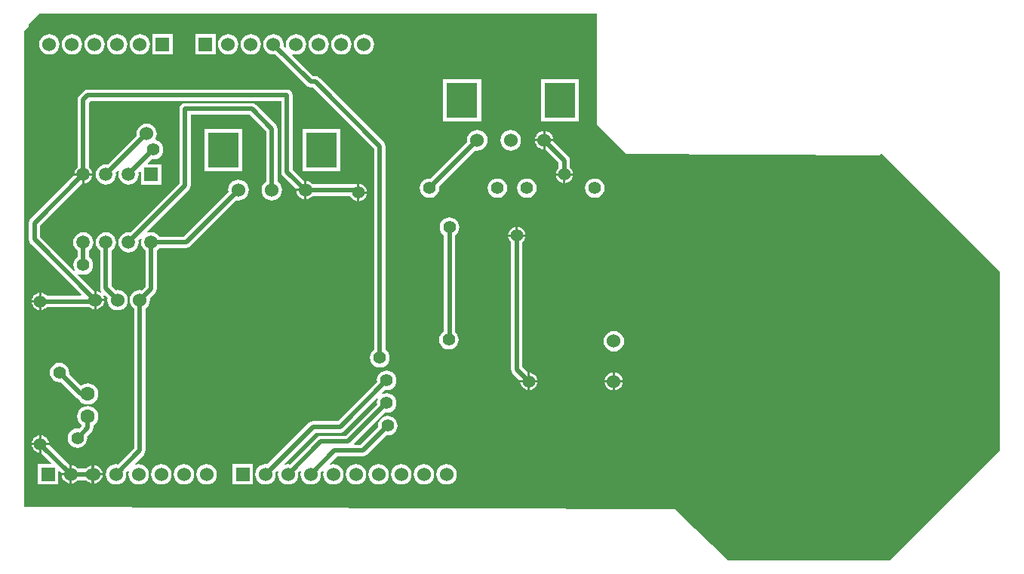
<source format=gbl>
G04 Layer_Physical_Order=2*
G04 Layer_Color=16711680*
%FSLAX25Y25*%
%MOIN*%
G70*
G01*
G75*
%ADD15C,0.02000*%
%ADD16R,0.13780X0.15748*%
%ADD17C,0.06000*%
%ADD18R,0.05906X0.05906*%
%ADD19C,0.05906*%
%ADD20R,0.06000X0.06000*%
%ADD21C,0.05512*%
%ADD22C,0.06299*%
%ADD23C,0.06000*%
%ADD24C,0.05600*%
G36*
X476000Y345500D02*
X487500Y334000D01*
X488750Y332750D01*
X600500Y332000D01*
X601500Y333000D01*
X654000Y280500D01*
Y279500D01*
Y201500D01*
X653000Y200500D01*
X605500Y153000D01*
X534000D01*
X512000Y174000D01*
X510500Y175500D01*
X223000Y176500D01*
Y386500D01*
X225000Y389000D01*
Y390000D01*
X228500Y393500D01*
X229500Y394500D01*
X476000D01*
Y345500D01*
D02*
G37*
%LPC*%
G36*
X444220Y296000D02*
X436686D01*
X436751Y295508D01*
X437134Y294584D01*
X437743Y293790D01*
X437904Y293666D01*
Y237453D01*
X438098Y236477D01*
X438650Y235650D01*
X441675Y232626D01*
X445280D01*
Y236231D01*
X443002Y238509D01*
Y293666D01*
X443163Y293790D01*
X443772Y294584D01*
X444155Y295508D01*
X444220Y296000D01*
D02*
G37*
G36*
X449547Y231626D02*
X446280D01*
Y228359D01*
X446772Y228424D01*
X447696Y228807D01*
X448490Y229416D01*
X449099Y230210D01*
X449482Y231134D01*
X449547Y231626D01*
D02*
G37*
G36*
X482854Y236095D02*
X482310Y236023D01*
X481337Y235620D01*
X480502Y234979D01*
X479860Y234143D01*
X479457Y233170D01*
X479386Y232626D01*
X482854D01*
Y236095D01*
D02*
G37*
G36*
X446280Y235893D02*
Y232626D01*
X449547D01*
X449482Y233118D01*
X449099Y234042D01*
X448490Y234836D01*
X447696Y235445D01*
X446772Y235828D01*
X446280Y235893D01*
D02*
G37*
G36*
X445280Y231626D02*
X442013D01*
X442077Y231134D01*
X442460Y230210D01*
X443069Y229416D01*
X443863Y228807D01*
X444788Y228424D01*
X445280Y228359D01*
Y231626D01*
D02*
G37*
G36*
X482854D02*
X479386D01*
X479457Y231082D01*
X479860Y230109D01*
X480502Y229273D01*
X481337Y228632D01*
X482310Y228229D01*
X482854Y228157D01*
Y231626D01*
D02*
G37*
G36*
X238500Y240337D02*
X237378Y240189D01*
X236331Y239756D01*
X235433Y239067D01*
X234744Y238169D01*
X234311Y237123D01*
X234163Y236000D01*
X234311Y234877D01*
X234744Y233831D01*
X235433Y232933D01*
X236331Y232244D01*
X237378Y231811D01*
X238500Y231663D01*
X239147Y231748D01*
X246198Y224698D01*
X246912Y224221D01*
X246939Y224155D01*
X247684Y223184D01*
X248655Y222439D01*
X249786Y221970D01*
X251000Y221810D01*
X252214Y221970D01*
X253345Y222439D01*
X254316Y223184D01*
X255061Y224155D01*
X255530Y225286D01*
X255690Y226500D01*
X255530Y227714D01*
X255061Y228845D01*
X254316Y229816D01*
X253345Y230561D01*
X252214Y231030D01*
X251000Y231190D01*
X249786Y231030D01*
X248655Y230561D01*
X248026Y230079D01*
X242752Y235353D01*
X242837Y236000D01*
X242689Y237123D01*
X242256Y238169D01*
X241567Y239067D01*
X240669Y239756D01*
X239622Y240189D01*
X238500Y240337D01*
D02*
G37*
G36*
X383000Y236837D02*
X381877Y236689D01*
X380831Y236256D01*
X379933Y235567D01*
X379244Y234669D01*
X378811Y233623D01*
X378663Y232500D01*
X378748Y231853D01*
X361444Y214549D01*
X350500D01*
X349524Y214355D01*
X348698Y213802D01*
X330325Y195430D01*
X329500Y195539D01*
X328325Y195384D01*
X327231Y194931D01*
X326291Y194209D01*
X325569Y193269D01*
X325116Y192175D01*
X324961Y191000D01*
X325116Y189825D01*
X325569Y188731D01*
X326291Y187791D01*
X327231Y187069D01*
X328325Y186616D01*
X329500Y186461D01*
X330675Y186616D01*
X331769Y187069D01*
X332709Y187791D01*
X333431Y188731D01*
X333884Y189825D01*
X334039Y191000D01*
X333930Y191825D01*
X334783Y192678D01*
X335207Y192395D01*
X335116Y192175D01*
X334961Y191000D01*
X335116Y189825D01*
X335569Y188731D01*
X336291Y187791D01*
X337231Y187069D01*
X338325Y186616D01*
X339500Y186461D01*
X340675Y186616D01*
X341769Y187069D01*
X342709Y187791D01*
X343431Y188731D01*
X343884Y189825D01*
X344039Y191000D01*
X343930Y191825D01*
X344783Y192678D01*
X345207Y192395D01*
X345116Y192175D01*
X344961Y191000D01*
X345116Y189825D01*
X345569Y188731D01*
X346291Y187791D01*
X347231Y187069D01*
X348325Y186616D01*
X349500Y186461D01*
X350675Y186616D01*
X351769Y187069D01*
X352709Y187791D01*
X353431Y188731D01*
X353884Y189825D01*
X354039Y191000D01*
X353930Y191825D01*
X354783Y192678D01*
X355207Y192395D01*
X355116Y192175D01*
X354961Y191000D01*
X355116Y189825D01*
X355569Y188731D01*
X356291Y187791D01*
X357231Y187069D01*
X358325Y186616D01*
X359500Y186461D01*
X360675Y186616D01*
X361769Y187069D01*
X362709Y187791D01*
X363431Y188731D01*
X363884Y189825D01*
X364039Y191000D01*
X363884Y192175D01*
X363431Y193269D01*
X362709Y194209D01*
X361769Y194931D01*
X360675Y195384D01*
X359500Y195539D01*
X358325Y195384D01*
X358105Y195293D01*
X357821Y195717D01*
X361056Y198951D01*
X372500D01*
X373476Y199145D01*
X374302Y199698D01*
X382853Y208248D01*
X383500Y208163D01*
X384623Y208311D01*
X385669Y208744D01*
X386567Y209433D01*
X387256Y210331D01*
X387689Y211378D01*
X387837Y212500D01*
X387689Y213622D01*
X387256Y214669D01*
X386567Y215567D01*
X385669Y216256D01*
X384623Y216689D01*
X383500Y216837D01*
X382378Y216689D01*
X381331Y216256D01*
X380433Y215567D01*
X379744Y214669D01*
X379311Y213622D01*
X379163Y212500D01*
X379248Y211853D01*
X371444Y204049D01*
X368807D01*
X368616Y204511D01*
X382353Y218248D01*
X383000Y218163D01*
X384122Y218311D01*
X385169Y218744D01*
X386067Y219433D01*
X386756Y220331D01*
X387189Y221377D01*
X387337Y222500D01*
X387189Y223622D01*
X386756Y224669D01*
X386067Y225567D01*
X385169Y226256D01*
X384122Y226689D01*
X383000Y226837D01*
X381877Y226689D01*
X381235Y226423D01*
X380952Y226847D01*
X382353Y228248D01*
X383000Y228163D01*
X384122Y228311D01*
X385169Y228744D01*
X386067Y229433D01*
X386756Y230331D01*
X387189Y231378D01*
X387337Y232500D01*
X387189Y233623D01*
X386756Y234669D01*
X386067Y235567D01*
X385169Y236256D01*
X384122Y236689D01*
X383000Y236837D01*
D02*
G37*
G36*
X487323Y231626D02*
X483854D01*
Y228157D01*
X484399Y228229D01*
X485372Y228632D01*
X486207Y229273D01*
X486848Y230109D01*
X487252Y231082D01*
X487323Y231626D01*
D02*
G37*
G36*
X259000Y297991D02*
X257838Y297838D01*
X256754Y297390D01*
X255824Y296676D01*
X255111Y295746D01*
X254662Y294662D01*
X254509Y293500D01*
X254662Y292338D01*
X255111Y291254D01*
X255824Y290324D01*
X256451Y289843D01*
Y273157D01*
X256645Y272182D01*
X257053Y271571D01*
X256683Y271224D01*
X256332Y271494D01*
X255359Y271897D01*
X254815Y271969D01*
Y268500D01*
X258284D01*
X258212Y269044D01*
X257809Y270017D01*
X257746Y270100D01*
X258122Y270430D01*
X259727Y268825D01*
X259619Y268000D01*
X259773Y266825D01*
X260227Y265731D01*
X260948Y264791D01*
X261888Y264069D01*
X262983Y263616D01*
X264157Y263461D01*
X265332Y263616D01*
X266427Y264069D01*
X267367Y264791D01*
X268088Y265731D01*
X268542Y266825D01*
X268696Y268000D01*
X268542Y269175D01*
X268088Y270269D01*
X267367Y271209D01*
X266427Y271931D01*
X265332Y272384D01*
X264157Y272539D01*
X263332Y272430D01*
X261549Y274213D01*
Y289843D01*
X262176Y290324D01*
X262890Y291254D01*
X263338Y292338D01*
X263491Y293500D01*
X263338Y294662D01*
X262890Y295746D01*
X262176Y296676D01*
X261246Y297390D01*
X260162Y297838D01*
X259000Y297991D01*
D02*
G37*
G36*
X229547Y271220D02*
X229055Y271155D01*
X228131Y270772D01*
X227337Y270163D01*
X226728Y269369D01*
X226345Y268445D01*
X226280Y267953D01*
X229547D01*
Y271220D01*
D02*
G37*
G36*
X439953Y300267D02*
X439461Y300202D01*
X438536Y299819D01*
X437743Y299210D01*
X437134Y298416D01*
X436751Y297492D01*
X436686Y297000D01*
X439953D01*
Y300267D01*
D02*
G37*
G36*
X248500Y323000D02*
X244895D01*
X225698Y303802D01*
X225145Y302976D01*
X224951Y302000D01*
Y294815D01*
X225145Y293840D01*
X225698Y293013D01*
X248247Y270464D01*
X248055Y270002D01*
X232881D01*
X232757Y270163D01*
X231964Y270772D01*
X231039Y271155D01*
X230547Y271220D01*
Y267453D01*
Y263686D01*
X231039Y263751D01*
X231964Y264134D01*
X232757Y264743D01*
X232881Y264904D01*
X251779D01*
X252298Y264506D01*
X253271Y264103D01*
X253815Y264031D01*
Y268000D01*
Y272105D01*
X246589Y279331D01*
X246831Y279744D01*
X247878Y279311D01*
X249000Y279163D01*
X250122Y279311D01*
X251169Y279744D01*
X252067Y280433D01*
X252756Y281331D01*
X253189Y282378D01*
X253337Y283500D01*
X253189Y284623D01*
X252756Y285669D01*
X252067Y286567D01*
X251549Y286964D01*
Y289843D01*
X252176Y290324D01*
X252889Y291254D01*
X253338Y292338D01*
X253491Y293500D01*
X253338Y294662D01*
X252889Y295746D01*
X252176Y296676D01*
X251246Y297390D01*
X250162Y297838D01*
X249000Y297991D01*
X247838Y297838D01*
X246754Y297390D01*
X245824Y296676D01*
X245111Y295746D01*
X244662Y294662D01*
X244509Y293500D01*
X244662Y292338D01*
X245111Y291254D01*
X245824Y290324D01*
X246451Y289843D01*
Y286964D01*
X245933Y286567D01*
X245244Y285669D01*
X244811Y284623D01*
X244663Y283500D01*
X244811Y282378D01*
X245244Y281331D01*
X244831Y281089D01*
X230049Y295871D01*
Y300944D01*
X248500Y319395D01*
Y323000D01*
D02*
G37*
G36*
X258284Y267500D02*
X254815D01*
Y264031D01*
X255359Y264103D01*
X256332Y264506D01*
X257168Y265147D01*
X257809Y265983D01*
X258212Y266956D01*
X258284Y267500D01*
D02*
G37*
G36*
X483354Y254381D02*
X482180Y254227D01*
X481085Y253773D01*
X480145Y253052D01*
X479424Y252112D01*
X478970Y251017D01*
X478816Y249843D01*
X478970Y248668D01*
X479424Y247573D01*
X480145Y246633D01*
X481085Y245912D01*
X482180Y245458D01*
X483354Y245304D01*
X484529Y245458D01*
X485624Y245912D01*
X486564Y246633D01*
X487285Y247573D01*
X487739Y248668D01*
X487893Y249843D01*
X487739Y251017D01*
X487285Y252112D01*
X486564Y253052D01*
X485624Y253773D01*
X484529Y254227D01*
X483354Y254381D01*
D02*
G37*
G36*
X483854Y236095D02*
Y232626D01*
X487323D01*
X487252Y233170D01*
X486848Y234143D01*
X486207Y234979D01*
X485372Y235620D01*
X484399Y236023D01*
X483854Y236095D01*
D02*
G37*
G36*
X229547Y266953D02*
X226280D01*
X226345Y266461D01*
X226728Y265536D01*
X227337Y264743D01*
X228131Y264134D01*
X229055Y263751D01*
X229547Y263686D01*
Y266953D01*
D02*
G37*
G36*
X410744Y304593D02*
X409621Y304445D01*
X408575Y304012D01*
X407677Y303323D01*
X406988Y302425D01*
X406555Y301378D01*
X406407Y300256D01*
X406555Y299133D01*
X406988Y298087D01*
X407677Y297189D01*
X408195Y296792D01*
Y254151D01*
X407433Y253567D01*
X406744Y252669D01*
X406311Y251623D01*
X406163Y250500D01*
X406311Y249377D01*
X406744Y248331D01*
X407433Y247433D01*
X408331Y246744D01*
X409377Y246311D01*
X410500Y246163D01*
X411622Y246311D01*
X412669Y246744D01*
X413567Y247433D01*
X414256Y248331D01*
X414689Y249377D01*
X414837Y250500D01*
X414689Y251623D01*
X414256Y252669D01*
X413567Y253567D01*
X413293Y253777D01*
Y296792D01*
X413811Y297189D01*
X414500Y298087D01*
X414933Y299133D01*
X415081Y300256D01*
X414933Y301378D01*
X414500Y302425D01*
X413811Y303323D01*
X412913Y304012D01*
X411867Y304445D01*
X410744Y304593D01*
D02*
G37*
G36*
X399500Y195539D02*
X398325Y195384D01*
X397231Y194931D01*
X396291Y194209D01*
X395569Y193269D01*
X395116Y192175D01*
X394961Y191000D01*
X395116Y189825D01*
X395569Y188731D01*
X396291Y187791D01*
X397231Y187069D01*
X398325Y186616D01*
X399500Y186461D01*
X400675Y186616D01*
X401769Y187069D01*
X402709Y187791D01*
X403431Y188731D01*
X403884Y189825D01*
X404039Y191000D01*
X403884Y192175D01*
X403431Y193269D01*
X402709Y194209D01*
X401769Y194931D01*
X400675Y195384D01*
X399500Y195539D01*
D02*
G37*
G36*
X389500D02*
X388325Y195384D01*
X387231Y194931D01*
X386291Y194209D01*
X385569Y193269D01*
X385116Y192175D01*
X384961Y191000D01*
X385116Y189825D01*
X385569Y188731D01*
X386291Y187791D01*
X387231Y187069D01*
X388325Y186616D01*
X389500Y186461D01*
X390675Y186616D01*
X391769Y187069D01*
X392709Y187791D01*
X393431Y188731D01*
X393884Y189825D01*
X394039Y191000D01*
X393884Y192175D01*
X393431Y193269D01*
X392709Y194209D01*
X391769Y194931D01*
X390675Y195384D01*
X389500Y195539D01*
D02*
G37*
G36*
X324000Y195500D02*
X315000D01*
Y186500D01*
X324000D01*
Y195500D01*
D02*
G37*
G36*
X409500Y195539D02*
X408325Y195384D01*
X407231Y194931D01*
X406291Y194209D01*
X405569Y193269D01*
X405116Y192175D01*
X404961Y191000D01*
X405116Y189825D01*
X405569Y188731D01*
X406291Y187791D01*
X407231Y187069D01*
X408325Y186616D01*
X409500Y186461D01*
X410675Y186616D01*
X411769Y187069D01*
X412709Y187791D01*
X413431Y188731D01*
X413884Y189825D01*
X414039Y191000D01*
X413884Y192175D01*
X413431Y193269D01*
X412709Y194209D01*
X411769Y194931D01*
X410675Y195384D01*
X409500Y195539D01*
D02*
G37*
G36*
X379500D02*
X378325Y195384D01*
X377231Y194931D01*
X376291Y194209D01*
X375569Y193269D01*
X375116Y192175D01*
X374961Y191000D01*
X375116Y189825D01*
X375569Y188731D01*
X376291Y187791D01*
X377231Y187069D01*
X378325Y186616D01*
X379500Y186461D01*
X380675Y186616D01*
X381769Y187069D01*
X382709Y187791D01*
X383431Y188731D01*
X383884Y189825D01*
X384039Y191000D01*
X383884Y192175D01*
X383431Y193269D01*
X382709Y194209D01*
X381769Y194931D01*
X380675Y195384D01*
X379500Y195539D01*
D02*
G37*
G36*
X293500D02*
X292325Y195384D01*
X291231Y194931D01*
X290291Y194209D01*
X289569Y193269D01*
X289116Y192175D01*
X288961Y191000D01*
X289116Y189825D01*
X289569Y188731D01*
X290291Y187791D01*
X291231Y187069D01*
X292325Y186616D01*
X293500Y186461D01*
X294675Y186616D01*
X295769Y187069D01*
X296709Y187791D01*
X297431Y188731D01*
X297884Y189825D01*
X298039Y191000D01*
X297884Y192175D01*
X297431Y193269D01*
X296709Y194209D01*
X295769Y194931D01*
X294675Y195384D01*
X293500Y195539D01*
D02*
G37*
G36*
X283500D02*
X282325Y195384D01*
X281231Y194931D01*
X280291Y194209D01*
X279569Y193269D01*
X279116Y192175D01*
X278961Y191000D01*
X279116Y189825D01*
X279569Y188731D01*
X280291Y187791D01*
X281231Y187069D01*
X282325Y186616D01*
X283500Y186461D01*
X284675Y186616D01*
X285769Y187069D01*
X286709Y187791D01*
X287431Y188731D01*
X287884Y189825D01*
X288039Y191000D01*
X287884Y192175D01*
X287431Y193269D01*
X286709Y194209D01*
X285769Y194931D01*
X284675Y195384D01*
X283500Y195539D01*
D02*
G37*
G36*
X369500D02*
X368325Y195384D01*
X367231Y194931D01*
X366291Y194209D01*
X365569Y193269D01*
X365116Y192175D01*
X364961Y191000D01*
X365116Y189825D01*
X365569Y188731D01*
X366291Y187791D01*
X367231Y187069D01*
X368325Y186616D01*
X369500Y186461D01*
X370675Y186616D01*
X371769Y187069D01*
X372709Y187791D01*
X373431Y188731D01*
X373884Y189825D01*
X374039Y191000D01*
X373884Y192175D01*
X373431Y193269D01*
X372709Y194209D01*
X371769Y194931D01*
X370675Y195384D01*
X369500Y195539D01*
D02*
G37*
G36*
X303500D02*
X302325Y195384D01*
X301231Y194931D01*
X300291Y194209D01*
X299569Y193269D01*
X299116Y192175D01*
X298961Y191000D01*
X299116Y189825D01*
X299569Y188731D01*
X300291Y187791D01*
X301231Y187069D01*
X302325Y186616D01*
X303500Y186461D01*
X304675Y186616D01*
X305769Y187069D01*
X306709Y187791D01*
X307431Y188731D01*
X307884Y189825D01*
X308039Y191000D01*
X307884Y192175D01*
X307431Y193269D01*
X306709Y194209D01*
X305769Y194931D01*
X304675Y195384D01*
X303500Y195539D01*
D02*
G37*
G36*
X229547Y208220D02*
X229055Y208155D01*
X228131Y207772D01*
X227337Y207163D01*
X226728Y206369D01*
X226345Y205445D01*
X226280Y204953D01*
X229547D01*
Y208220D01*
D02*
G37*
G36*
Y203953D02*
X226280D01*
X226345Y203461D01*
X226728Y202536D01*
X227337Y201743D01*
X228131Y201133D01*
X229055Y200751D01*
X229547Y200686D01*
Y203953D01*
D02*
G37*
G36*
X251000Y221190D02*
X249786Y221030D01*
X248655Y220561D01*
X247684Y219816D01*
X246939Y218845D01*
X246470Y217714D01*
X246310Y216500D01*
X246470Y215286D01*
X246939Y214155D01*
X247684Y213184D01*
X248146Y212829D01*
X248179Y212331D01*
X247100Y211252D01*
X246453Y211337D01*
X245330Y211189D01*
X244284Y210756D01*
X243386Y210067D01*
X242697Y209169D01*
X242264Y208122D01*
X242116Y207000D01*
X242264Y205877D01*
X242697Y204831D01*
X243386Y203933D01*
X244284Y203244D01*
X245330Y202811D01*
X246453Y202663D01*
X247575Y202811D01*
X248621Y203244D01*
X249520Y203933D01*
X250209Y204831D01*
X250642Y205877D01*
X250790Y207000D01*
X250705Y207647D01*
X252802Y209745D01*
X253355Y210572D01*
X253549Y211547D01*
Y212595D01*
X254316Y213184D01*
X255061Y214155D01*
X255530Y215286D01*
X255690Y216500D01*
X255530Y217714D01*
X255061Y218845D01*
X254316Y219816D01*
X253345Y220561D01*
X252214Y221030D01*
X251000Y221190D01*
D02*
G37*
G36*
X230547Y208220D02*
Y204953D01*
X233814D01*
X233749Y205445D01*
X233366Y206369D01*
X232757Y207163D01*
X231964Y207772D01*
X231039Y208155D01*
X230547Y208220D01*
D02*
G37*
G36*
X254000Y194969D02*
Y191500D01*
X257469D01*
X257397Y192044D01*
X256994Y193017D01*
X256353Y193853D01*
X255517Y194494D01*
X254544Y194897D01*
X254000Y194969D01*
D02*
G37*
G36*
X257469Y190500D02*
X254000D01*
Y187031D01*
X254544Y187103D01*
X255517Y187506D01*
X256353Y188147D01*
X256994Y188983D01*
X257397Y189956D01*
X257469Y190500D01*
D02*
G37*
G36*
X243000D02*
X239531D01*
X239603Y189956D01*
X240006Y188983D01*
X240647Y188147D01*
X241483Y187506D01*
X242456Y187103D01*
X243000Y187031D01*
Y190500D01*
D02*
G37*
G36*
X234152Y203953D02*
X230547D01*
Y200348D01*
X234933Y195962D01*
X234742Y195500D01*
X229000D01*
Y186500D01*
X238000D01*
Y192242D01*
X238462Y192433D01*
X239395Y191500D01*
X243000D01*
Y195105D01*
X234152Y203953D01*
D02*
G37*
G36*
X244000Y194969D02*
Y191000D01*
Y187031D01*
X244544Y187103D01*
X245517Y187506D01*
X246353Y188147D01*
X246586Y188451D01*
X250166D01*
X250290Y188290D01*
X251084Y187681D01*
X251456Y187526D01*
X251483Y187506D01*
X252456Y187103D01*
X252500Y187097D01*
Y191000D01*
Y194903D01*
X252456Y194897D01*
X251483Y194494D01*
X251456Y194474D01*
X251084Y194319D01*
X250290Y193710D01*
X250166Y193549D01*
X246586D01*
X246353Y193853D01*
X245517Y194494D01*
X244544Y194897D01*
X244000Y194969D01*
D02*
G37*
G36*
Y385539D02*
X242825Y385384D01*
X241731Y384931D01*
X240791Y384209D01*
X240069Y383269D01*
X239616Y382175D01*
X239461Y381000D01*
X239616Y379825D01*
X240069Y378731D01*
X240791Y377791D01*
X241731Y377069D01*
X242825Y376616D01*
X244000Y376461D01*
X245175Y376616D01*
X246269Y377069D01*
X247209Y377791D01*
X247931Y378731D01*
X248384Y379825D01*
X248539Y381000D01*
X248384Y382175D01*
X247931Y383269D01*
X247209Y384209D01*
X246269Y384931D01*
X245175Y385384D01*
X244000Y385539D01*
D02*
G37*
G36*
X234000D02*
X232825Y385384D01*
X231731Y384931D01*
X230791Y384209D01*
X230069Y383269D01*
X229616Y382175D01*
X229461Y381000D01*
X229616Y379825D01*
X230069Y378731D01*
X230791Y377791D01*
X231731Y377069D01*
X232825Y376616D01*
X234000Y376461D01*
X235175Y376616D01*
X236269Y377069D01*
X237209Y377791D01*
X237931Y378731D01*
X238384Y379825D01*
X238539Y381000D01*
X238384Y382175D01*
X237931Y383269D01*
X237209Y384209D01*
X236269Y384931D01*
X235175Y385384D01*
X234000Y385539D01*
D02*
G37*
G36*
X264000D02*
X262825Y385384D01*
X261731Y384931D01*
X260791Y384209D01*
X260069Y383269D01*
X259616Y382175D01*
X259461Y381000D01*
X259616Y379825D01*
X260069Y378731D01*
X260791Y377791D01*
X261731Y377069D01*
X262825Y376616D01*
X264000Y376461D01*
X265175Y376616D01*
X266269Y377069D01*
X267209Y377791D01*
X267931Y378731D01*
X268384Y379825D01*
X268539Y381000D01*
X268384Y382175D01*
X267931Y383269D01*
X267209Y384209D01*
X266269Y384931D01*
X265175Y385384D01*
X264000Y385539D01*
D02*
G37*
G36*
X254000D02*
X252825Y385384D01*
X251731Y384931D01*
X250791Y384209D01*
X250069Y383269D01*
X249616Y382175D01*
X249461Y381000D01*
X249616Y379825D01*
X250069Y378731D01*
X250791Y377791D01*
X251731Y377069D01*
X252825Y376616D01*
X254000Y376461D01*
X255175Y376616D01*
X256269Y377069D01*
X257209Y377791D01*
X257931Y378731D01*
X258384Y379825D01*
X258539Y381000D01*
X258384Y382175D01*
X257931Y383269D01*
X257209Y384209D01*
X256269Y384931D01*
X255175Y385384D01*
X254000Y385539D01*
D02*
G37*
G36*
X468043Y365732D02*
X451264D01*
Y346984D01*
X468043D01*
Y365732D01*
D02*
G37*
G36*
X452067Y342611D02*
X451523Y342539D01*
X450550Y342136D01*
X449714Y341495D01*
X449073Y340659D01*
X448670Y339686D01*
X448598Y339142D01*
X452067D01*
Y342611D01*
D02*
G37*
G36*
Y338142D02*
X448598D01*
X448670Y337598D01*
X449073Y336625D01*
X449714Y335789D01*
X450550Y335148D01*
X451523Y334745D01*
X452067Y334673D01*
Y338142D01*
D02*
G37*
G36*
X424736Y365732D02*
X407957D01*
Y346984D01*
X424736D01*
Y365732D01*
D02*
G37*
G36*
X453067Y342611D02*
Y339142D01*
X456536D01*
X456464Y339686D01*
X456061Y340659D01*
X455420Y341495D01*
X454584Y342136D01*
X453611Y342539D01*
X453067Y342611D01*
D02*
G37*
G36*
X288500Y385500D02*
X279500D01*
Y376500D01*
X288500D01*
Y385500D01*
D02*
G37*
G36*
X373000Y385539D02*
X371825Y385384D01*
X370731Y384931D01*
X369791Y384209D01*
X369069Y383269D01*
X368616Y382175D01*
X368461Y381000D01*
X368616Y379825D01*
X369069Y378731D01*
X369791Y377791D01*
X370731Y377069D01*
X371825Y376616D01*
X373000Y376461D01*
X374175Y376616D01*
X375269Y377069D01*
X376209Y377791D01*
X376931Y378731D01*
X377384Y379825D01*
X377539Y381000D01*
X377384Y382175D01*
X376931Y383269D01*
X376209Y384209D01*
X375269Y384931D01*
X374175Y385384D01*
X373000Y385539D01*
D02*
G37*
G36*
X343000D02*
X341825Y385384D01*
X340731Y384931D01*
X339791Y384209D01*
X339069Y383269D01*
X338616Y382175D01*
X338461Y381000D01*
X338616Y379825D01*
X338707Y379605D01*
X338283Y379322D01*
X337430Y380175D01*
X337539Y381000D01*
X337384Y382175D01*
X336931Y383269D01*
X336209Y384209D01*
X335269Y384931D01*
X334175Y385384D01*
X333000Y385539D01*
X331825Y385384D01*
X330731Y384931D01*
X329791Y384209D01*
X329069Y383269D01*
X328616Y382175D01*
X328461Y381000D01*
X328616Y379825D01*
X329069Y378731D01*
X329791Y377791D01*
X330731Y377069D01*
X331825Y376616D01*
X333000Y376461D01*
X333825Y376570D01*
X347698Y362698D01*
X348524Y362145D01*
X349500Y361951D01*
X350444D01*
X377451Y334944D01*
Y245964D01*
X376933Y245567D01*
X376244Y244669D01*
X375811Y243622D01*
X375663Y242500D01*
X375811Y241377D01*
X376244Y240331D01*
X376933Y239433D01*
X377831Y238744D01*
X378877Y238311D01*
X380000Y238163D01*
X381122Y238311D01*
X382169Y238744D01*
X383067Y239433D01*
X383756Y240331D01*
X384189Y241377D01*
X384337Y242500D01*
X384189Y243622D01*
X383756Y244669D01*
X383067Y245567D01*
X382549Y245964D01*
Y336000D01*
X382355Y336976D01*
X381802Y337802D01*
X353302Y366302D01*
X352476Y366855D01*
X351500Y367049D01*
X350556D01*
X341321Y376283D01*
X341605Y376707D01*
X341825Y376616D01*
X343000Y376461D01*
X344175Y376616D01*
X345269Y377069D01*
X346209Y377791D01*
X346931Y378731D01*
X347384Y379825D01*
X347539Y381000D01*
X347384Y382175D01*
X346931Y383269D01*
X346209Y384209D01*
X345269Y384931D01*
X344175Y385384D01*
X343000Y385539D01*
D02*
G37*
G36*
X307500Y385500D02*
X298500D01*
Y376500D01*
X307500D01*
Y385500D01*
D02*
G37*
G36*
X363000Y385539D02*
X361825Y385384D01*
X360731Y384931D01*
X359791Y384209D01*
X359069Y383269D01*
X358616Y382175D01*
X358461Y381000D01*
X358616Y379825D01*
X359069Y378731D01*
X359791Y377791D01*
X360731Y377069D01*
X361825Y376616D01*
X363000Y376461D01*
X364175Y376616D01*
X365269Y377069D01*
X366209Y377791D01*
X366931Y378731D01*
X367384Y379825D01*
X367539Y381000D01*
X367384Y382175D01*
X366931Y383269D01*
X366209Y384209D01*
X365269Y384931D01*
X364175Y385384D01*
X363000Y385539D01*
D02*
G37*
G36*
X313000D02*
X311825Y385384D01*
X310731Y384931D01*
X309791Y384209D01*
X309069Y383269D01*
X308616Y382175D01*
X308461Y381000D01*
X308616Y379825D01*
X309069Y378731D01*
X309791Y377791D01*
X310731Y377069D01*
X311825Y376616D01*
X313000Y376461D01*
X314175Y376616D01*
X315269Y377069D01*
X316209Y377791D01*
X316931Y378731D01*
X317384Y379825D01*
X317539Y381000D01*
X317384Y382175D01*
X316931Y383269D01*
X316209Y384209D01*
X315269Y384931D01*
X314175Y385384D01*
X313000Y385539D01*
D02*
G37*
G36*
X274000D02*
X272825Y385384D01*
X271731Y384931D01*
X270791Y384209D01*
X270069Y383269D01*
X269616Y382175D01*
X269461Y381000D01*
X269616Y379825D01*
X270069Y378731D01*
X270791Y377791D01*
X271731Y377069D01*
X272825Y376616D01*
X274000Y376461D01*
X275175Y376616D01*
X276269Y377069D01*
X277209Y377791D01*
X277931Y378731D01*
X278384Y379825D01*
X278539Y381000D01*
X278384Y382175D01*
X277931Y383269D01*
X277209Y384209D01*
X276269Y384931D01*
X275175Y385384D01*
X274000Y385539D01*
D02*
G37*
G36*
X353000D02*
X351825Y385384D01*
X350731Y384931D01*
X349791Y384209D01*
X349069Y383269D01*
X348616Y382175D01*
X348461Y381000D01*
X348616Y379825D01*
X349069Y378731D01*
X349791Y377791D01*
X350731Y377069D01*
X351825Y376616D01*
X353000Y376461D01*
X354175Y376616D01*
X355269Y377069D01*
X356209Y377791D01*
X356931Y378731D01*
X357384Y379825D01*
X357539Y381000D01*
X357384Y382175D01*
X356931Y383269D01*
X356209Y384209D01*
X355269Y384931D01*
X354175Y385384D01*
X353000Y385539D01*
D02*
G37*
G36*
X323000D02*
X321825Y385384D01*
X320731Y384931D01*
X319791Y384209D01*
X319069Y383269D01*
X318616Y382175D01*
X318461Y381000D01*
X318616Y379825D01*
X319069Y378731D01*
X319791Y377791D01*
X320731Y377069D01*
X321825Y376616D01*
X323000Y376461D01*
X324175Y376616D01*
X325269Y377069D01*
X326209Y377791D01*
X326931Y378731D01*
X327384Y379825D01*
X327539Y381000D01*
X327384Y382175D01*
X326931Y383269D01*
X326209Y384209D01*
X325269Y384931D01*
X324175Y385384D01*
X323000Y385539D01*
D02*
G37*
G36*
X437803Y343181D02*
X436628Y343026D01*
X435534Y342572D01*
X434594Y341851D01*
X433873Y340911D01*
X433419Y339816D01*
X433264Y338642D01*
X433419Y337467D01*
X433873Y336372D01*
X434594Y335432D01*
X435534Y334711D01*
X436628Y334258D01*
X437803Y334103D01*
X438978Y334258D01*
X440073Y334711D01*
X441013Y335432D01*
X441734Y336372D01*
X442187Y337467D01*
X442342Y338642D01*
X442187Y339816D01*
X441734Y340911D01*
X441013Y341851D01*
X440073Y342572D01*
X438978Y343026D01*
X437803Y343181D01*
D02*
G37*
G36*
X445000Y321793D02*
X443889Y321646D01*
X442854Y321217D01*
X441965Y320535D01*
X441283Y319646D01*
X440854Y318611D01*
X440707Y317500D01*
X440854Y316389D01*
X441283Y315354D01*
X441965Y314465D01*
X442854Y313783D01*
X443889Y313354D01*
X445000Y313207D01*
X446111Y313354D01*
X447146Y313783D01*
X448035Y314465D01*
X448717Y315354D01*
X449146Y316389D01*
X449293Y317500D01*
X449146Y318611D01*
X448717Y319646D01*
X448035Y320535D01*
X447146Y321217D01*
X446111Y321646D01*
X445000Y321793D01*
D02*
G37*
G36*
X432000D02*
X430889Y321646D01*
X429854Y321217D01*
X428965Y320535D01*
X428282Y319646D01*
X427854Y318611D01*
X427707Y317500D01*
X427854Y316389D01*
X428282Y315354D01*
X428965Y314465D01*
X429854Y313783D01*
X430889Y313354D01*
X432000Y313207D01*
X433111Y313354D01*
X434146Y313783D01*
X435035Y314465D01*
X435717Y315354D01*
X436146Y316389D01*
X436293Y317500D01*
X436146Y318611D01*
X435717Y319646D01*
X435035Y320535D01*
X434146Y321217D01*
X433111Y321646D01*
X432000Y321793D01*
D02*
G37*
G36*
X371000Y319267D02*
Y316000D01*
X374267D01*
X374202Y316492D01*
X373819Y317416D01*
X373210Y318210D01*
X372416Y318819D01*
X371492Y319202D01*
X371000Y319267D01*
D02*
G37*
G36*
X475000Y321793D02*
X473889Y321646D01*
X472854Y321217D01*
X471965Y320535D01*
X471282Y319646D01*
X470854Y318611D01*
X470707Y317500D01*
X470854Y316389D01*
X471282Y315354D01*
X471965Y314465D01*
X472854Y313783D01*
X473889Y313354D01*
X475000Y313207D01*
X476111Y313354D01*
X477146Y313783D01*
X478035Y314465D01*
X478718Y315354D01*
X479146Y316389D01*
X479293Y317500D01*
X479146Y318611D01*
X478718Y319646D01*
X478035Y320535D01*
X477146Y321217D01*
X476111Y321646D01*
X475000Y321793D01*
D02*
G37*
G36*
X346567Y316142D02*
X343098D01*
X343170Y315598D01*
X343573Y314625D01*
X344214Y313789D01*
X345050Y313148D01*
X346023Y312745D01*
X346567Y312673D01*
Y316142D01*
D02*
G37*
G36*
X347567Y320610D02*
Y316642D01*
Y312673D01*
X348111Y312745D01*
X349084Y313148D01*
X349920Y313789D01*
X350153Y314093D01*
X366970D01*
X367181Y313584D01*
X367790Y312790D01*
X368584Y312181D01*
X369508Y311798D01*
X370000Y311733D01*
Y315500D01*
Y319267D01*
X369508Y319202D01*
X369441Y319174D01*
X369358Y319191D01*
X350153D01*
X349920Y319495D01*
X349084Y320136D01*
X348111Y320539D01*
X347567Y320610D01*
D02*
G37*
G36*
X440953Y300267D02*
Y297000D01*
X444220D01*
X444155Y297492D01*
X443772Y298416D01*
X443163Y299210D01*
X442369Y299819D01*
X441445Y300202D01*
X440953Y300267D01*
D02*
G37*
G36*
X323500Y355049D02*
X294000D01*
X293024Y354855D01*
X292198Y354302D01*
X291645Y353475D01*
X291451Y352500D01*
Y319556D01*
X269783Y297888D01*
X269000Y297991D01*
X267838Y297838D01*
X266754Y297390D01*
X265824Y296676D01*
X265110Y295746D01*
X264662Y294662D01*
X264509Y293500D01*
X264662Y292338D01*
X265110Y291254D01*
X265824Y290324D01*
X266754Y289611D01*
X267838Y289162D01*
X269000Y289009D01*
X270162Y289162D01*
X271246Y289611D01*
X272176Y290324D01*
X272889Y291254D01*
X273338Y292338D01*
X273491Y293500D01*
X273388Y294283D01*
X274371Y295266D01*
X274795Y294983D01*
X274662Y294662D01*
X274509Y293500D01*
X274662Y292338D01*
X275111Y291254D01*
X275824Y290324D01*
X276451Y289843D01*
Y274056D01*
X274825Y272430D01*
X274000Y272539D01*
X272825Y272384D01*
X271731Y271931D01*
X270791Y271209D01*
X270069Y270269D01*
X269616Y269175D01*
X269461Y268000D01*
X269616Y266825D01*
X270069Y265731D01*
X270791Y264791D01*
X271451Y264284D01*
Y202556D01*
X264325Y195430D01*
X263500Y195539D01*
X262325Y195384D01*
X261231Y194931D01*
X260291Y194209D01*
X259569Y193269D01*
X259116Y192175D01*
X258961Y191000D01*
X259116Y189825D01*
X259569Y188731D01*
X260291Y187791D01*
X261231Y187069D01*
X262325Y186616D01*
X263500Y186461D01*
X264675Y186616D01*
X265769Y187069D01*
X266709Y187791D01*
X267431Y188731D01*
X267884Y189825D01*
X268039Y191000D01*
X267930Y191825D01*
X268783Y192678D01*
X269207Y192395D01*
X269116Y192175D01*
X268961Y191000D01*
X269116Y189825D01*
X269569Y188731D01*
X270291Y187791D01*
X271231Y187069D01*
X272325Y186616D01*
X273500Y186461D01*
X274675Y186616D01*
X275769Y187069D01*
X276709Y187791D01*
X277431Y188731D01*
X277884Y189825D01*
X278039Y191000D01*
X277884Y192175D01*
X277431Y193269D01*
X276709Y194209D01*
X275769Y194931D01*
X274675Y195384D01*
X273500Y195539D01*
X272325Y195384D01*
X272105Y195293D01*
X271821Y195717D01*
X275802Y199698D01*
X276355Y200524D01*
X276549Y201500D01*
Y264284D01*
X277209Y264791D01*
X277931Y265731D01*
X278384Y266825D01*
X278539Y268000D01*
X278430Y268825D01*
X280802Y271198D01*
X281355Y272024D01*
X281549Y273000D01*
Y289843D01*
X282176Y290324D01*
X282657Y290951D01*
X294398D01*
X295373Y291145D01*
X296200Y291698D01*
X316714Y312212D01*
X317539Y312103D01*
X318714Y312258D01*
X319809Y312711D01*
X320749Y313432D01*
X321470Y314372D01*
X321924Y315467D01*
X322078Y316642D01*
X321924Y317816D01*
X321470Y318911D01*
X320749Y319851D01*
X319809Y320572D01*
X318714Y321026D01*
X317539Y321181D01*
X316365Y321026D01*
X315270Y320572D01*
X314330Y319851D01*
X313609Y318911D01*
X313155Y317816D01*
X313001Y316642D01*
X313109Y315816D01*
X293342Y296049D01*
X282657D01*
X282176Y296676D01*
X281246Y297390D01*
X280162Y297838D01*
X279000Y297991D01*
X277838Y297838D01*
X277517Y297706D01*
X277234Y298129D01*
X295802Y316698D01*
X296355Y317525D01*
X296549Y318500D01*
Y349951D01*
X322444D01*
X329754Y342641D01*
Y320358D01*
X329094Y319851D01*
X328373Y318911D01*
X327919Y317816D01*
X327764Y316642D01*
X327919Y315467D01*
X328373Y314372D01*
X329094Y313432D01*
X330034Y312711D01*
X331129Y312258D01*
X332303Y312103D01*
X333478Y312258D01*
X334573Y312711D01*
X335513Y313432D01*
X336234Y314372D01*
X336687Y315467D01*
X336842Y316642D01*
X336687Y317816D01*
X336234Y318911D01*
X335513Y319851D01*
X334852Y320358D01*
Y343697D01*
X334658Y344672D01*
X334106Y345499D01*
X325302Y354302D01*
X324476Y354855D01*
X323500Y355049D01*
D02*
G37*
G36*
X374267Y315000D02*
X371000D01*
Y311733D01*
X371492Y311798D01*
X372416Y312181D01*
X373210Y312790D01*
X373819Y313584D01*
X374202Y314508D01*
X374267Y315000D01*
D02*
G37*
G36*
X339000Y361049D02*
X251000D01*
X250025Y360855D01*
X249198Y360302D01*
X247198Y358302D01*
X246645Y357475D01*
X246451Y356500D01*
Y326526D01*
X246181Y326319D01*
X245547Y325493D01*
X245149Y324532D01*
X245079Y324000D01*
X252921D01*
X252851Y324532D01*
X252453Y325493D01*
X251819Y326319D01*
X251549Y326526D01*
Y355444D01*
X252056Y355951D01*
X336451D01*
Y324709D01*
X336645Y323733D01*
X337198Y322906D01*
X342962Y317142D01*
X346567D01*
Y320747D01*
X341549Y325765D01*
Y358500D01*
X341355Y359475D01*
X340802Y360302D01*
X339976Y360855D01*
X339000Y361049D01*
D02*
G37*
G36*
X362543Y343732D02*
X345764D01*
Y324984D01*
X362543D01*
Y343732D01*
D02*
G37*
G36*
X319236D02*
X302457D01*
Y324984D01*
X319236D01*
Y343732D01*
D02*
G37*
G36*
X423039Y343181D02*
X421865Y343026D01*
X420770Y342572D01*
X419830Y341851D01*
X419109Y340911D01*
X418655Y339816D01*
X418501Y338642D01*
X418609Y337816D01*
X402517Y321725D01*
X402000Y321793D01*
X400889Y321646D01*
X399854Y321217D01*
X398965Y320535D01*
X398283Y319646D01*
X397854Y318611D01*
X397707Y317500D01*
X397854Y316389D01*
X398283Y315354D01*
X398965Y314465D01*
X399854Y313783D01*
X400889Y313354D01*
X402000Y313207D01*
X403111Y313354D01*
X404146Y313783D01*
X405035Y314465D01*
X405718Y315354D01*
X406146Y316389D01*
X406293Y317500D01*
X406201Y318198D01*
X422214Y334212D01*
X423039Y334103D01*
X424214Y334258D01*
X425309Y334711D01*
X426249Y335432D01*
X426970Y336372D01*
X427424Y337467D01*
X427578Y338642D01*
X427424Y339816D01*
X426970Y340911D01*
X426249Y341851D01*
X425309Y342572D01*
X424214Y343026D01*
X423039Y343181D01*
D02*
G37*
G36*
X277000Y346039D02*
X275825Y345884D01*
X274731Y345431D01*
X273791Y344709D01*
X273069Y343769D01*
X272616Y342675D01*
X272461Y341500D01*
X272570Y340675D01*
X259783Y327888D01*
X259000Y327991D01*
X257838Y327838D01*
X256754Y327390D01*
X255824Y326676D01*
X255111Y325746D01*
X254662Y324662D01*
X254509Y323500D01*
X254662Y322338D01*
X255111Y321254D01*
X255824Y320324D01*
X256754Y319611D01*
X257838Y319162D01*
X259000Y319009D01*
X260162Y319162D01*
X261246Y319611D01*
X262176Y320324D01*
X262890Y321254D01*
X263338Y322338D01*
X263491Y323500D01*
X263388Y324283D01*
X264371Y325266D01*
X264794Y324983D01*
X264662Y324662D01*
X264509Y323500D01*
X264662Y322338D01*
X265110Y321254D01*
X265824Y320324D01*
X266754Y319611D01*
X267838Y319162D01*
X269000Y319009D01*
X270162Y319162D01*
X271246Y319611D01*
X272176Y320324D01*
X272889Y321254D01*
X273338Y322338D01*
X273491Y323500D01*
X273388Y324283D01*
X274085Y324980D01*
X274547Y324789D01*
Y319047D01*
X283453D01*
Y327953D01*
X277711D01*
X277519Y328415D01*
X279353Y330248D01*
X280000Y330163D01*
X281122Y330311D01*
X282169Y330744D01*
X283067Y331433D01*
X283756Y332331D01*
X284189Y333378D01*
X284337Y334500D01*
X284189Y335623D01*
X283756Y336669D01*
X283067Y337567D01*
X282169Y338256D01*
X281140Y338682D01*
X281058Y338718D01*
X280875Y339159D01*
X280931Y339231D01*
X281384Y340325D01*
X281539Y341500D01*
X281384Y342675D01*
X280931Y343769D01*
X280209Y344709D01*
X279269Y345431D01*
X278175Y345884D01*
X277000Y346039D01*
D02*
G37*
G36*
X461000Y323000D02*
X457733D01*
X457798Y322508D01*
X458181Y321584D01*
X458790Y320790D01*
X459584Y320181D01*
X460508Y319798D01*
X461000Y319733D01*
Y323000D01*
D02*
G37*
G36*
X252921D02*
X249500D01*
Y319579D01*
X250032Y319649D01*
X250993Y320047D01*
X251819Y320681D01*
X252453Y321507D01*
X252851Y322468D01*
X252921Y323000D01*
D02*
G37*
G36*
X465267D02*
X462000D01*
Y319733D01*
X462492Y319798D01*
X463416Y320181D01*
X464210Y320790D01*
X464819Y321584D01*
X465202Y322508D01*
X465267Y323000D01*
D02*
G37*
G36*
X456672Y338142D02*
X453067D01*
Y334537D01*
X458951Y328653D01*
Y326334D01*
X458790Y326210D01*
X458181Y325416D01*
X457798Y324492D01*
X457733Y324000D01*
X465267D01*
X465202Y324492D01*
X464819Y325416D01*
X464210Y326210D01*
X464049Y326334D01*
Y329709D01*
X463855Y330684D01*
X463302Y331511D01*
X456672Y338142D01*
D02*
G37*
%LPD*%
G36*
X379077Y224265D02*
X378811Y223622D01*
X378663Y222500D01*
X378748Y221853D01*
X364944Y208049D01*
X354000D01*
X353025Y207855D01*
X352198Y207302D01*
X340325Y195430D01*
X339500Y195539D01*
X338325Y195384D01*
X338105Y195293D01*
X337822Y195717D01*
X351556Y209451D01*
X362500D01*
X363475Y209645D01*
X364302Y210198D01*
X378653Y224548D01*
X379077Y224265D01*
D02*
G37*
D15*
X243500Y191000D02*
X253000D01*
X230047Y204453D02*
X243500Y191000D01*
X246453Y207000D02*
X251000Y211547D01*
Y216500D01*
X230047Y267453D02*
X253768D01*
X227500Y294815D02*
X254315Y268000D01*
X227500Y294815D02*
Y302000D01*
X249000Y323500D01*
X259000Y273157D02*
Y293500D01*
Y273157D02*
X264157Y268000D01*
X279000Y273000D02*
Y293500D01*
X274000Y268000D02*
X279000Y273000D01*
X274000Y201500D02*
Y268000D01*
X263500Y191000D02*
X274000Y201500D01*
X372500D02*
X383500Y212500D01*
X360000Y201500D02*
X372500D01*
X349500Y191000D02*
X360000Y201500D01*
X366000Y205500D02*
X383000Y222500D01*
X354000Y205500D02*
X366000D01*
X339500Y191000D02*
X354000Y205500D01*
X362500Y212000D02*
X383000Y232500D01*
X350500Y212000D02*
X362500D01*
X329500Y191000D02*
X350500Y212000D01*
X279000Y293500D02*
X294398D01*
X317539Y316642D01*
X269000Y323500D02*
X280000Y334500D01*
X461500Y323500D02*
Y329709D01*
X452567Y338642D02*
X461500Y329709D01*
X402000Y317602D02*
X423039Y338642D01*
X402000Y317500D02*
Y317602D01*
X369358Y316642D02*
X370500Y315500D01*
X347067Y316642D02*
X369358D01*
X259000Y323500D02*
X277000Y341500D01*
X333000Y381000D02*
X349500Y364500D01*
X351500D01*
X380000Y336000D01*
Y242500D02*
Y336000D01*
X410744Y250744D02*
Y300256D01*
X410500Y250500D02*
X410744Y250744D01*
X440453Y237453D02*
Y296500D01*
Y237453D02*
X445780Y232126D01*
X249000Y283500D02*
Y293500D01*
X238500Y236000D02*
X248000Y226500D01*
X251000D01*
X339000Y324709D02*
X347067Y316642D01*
X339000Y324709D02*
Y358500D01*
X251000D02*
X339000D01*
X249000Y356500D02*
X251000Y358500D01*
X249000Y323500D02*
Y356500D01*
X332303Y316642D02*
Y343697D01*
X323500Y352500D02*
X332303Y343697D01*
X294000Y352500D02*
X323500D01*
X294000Y318500D02*
Y352500D01*
X269000Y293500D02*
X294000Y318500D01*
D16*
X310846Y334358D02*
D03*
X354154D02*
D03*
X416346Y356358D02*
D03*
X459654D02*
D03*
D17*
X332303Y316642D02*
D03*
X347067D02*
D03*
X317539D02*
D03*
X274000Y268000D02*
D03*
X264157D02*
D03*
X254315D02*
D03*
X323000Y381000D02*
D03*
X313000D02*
D03*
X373000D02*
D03*
X363000D02*
D03*
X353000D02*
D03*
X343000D02*
D03*
X333000D02*
D03*
X234000D02*
D03*
X244000D02*
D03*
X254000D02*
D03*
X264000D02*
D03*
X274000D02*
D03*
X437803Y338642D02*
D03*
X452567D02*
D03*
X423039D02*
D03*
X253500Y191000D02*
D03*
X243500D02*
D03*
X303500D02*
D03*
X293500D02*
D03*
X283500D02*
D03*
X273500D02*
D03*
X263500D02*
D03*
X409500D02*
D03*
X399500D02*
D03*
X389500D02*
D03*
X379500D02*
D03*
X369500D02*
D03*
X359500D02*
D03*
X349500D02*
D03*
X339500D02*
D03*
X329500D02*
D03*
X483354Y232126D02*
D03*
Y249843D02*
D03*
D18*
X279000Y323500D02*
D03*
D19*
X269000D02*
D03*
X259000D02*
D03*
X249000D02*
D03*
X279000Y293500D02*
D03*
X269000D02*
D03*
X259000D02*
D03*
X249000D02*
D03*
D20*
X303000Y381000D02*
D03*
X284000D02*
D03*
X233500Y191000D02*
D03*
X319500D02*
D03*
D21*
X402000Y317500D02*
D03*
X432000D02*
D03*
X445000D02*
D03*
X475000D02*
D03*
D22*
X251000Y216500D02*
D03*
Y226500D02*
D03*
D23*
X277000Y341500D02*
D03*
D24*
X253000Y191000D02*
D03*
X230047Y204453D02*
D03*
X246453Y207000D02*
D03*
X230047Y267453D02*
D03*
X383500Y212500D02*
D03*
X383000Y222500D02*
D03*
Y232500D02*
D03*
X280000Y334500D02*
D03*
X461500Y323500D02*
D03*
X370500Y315500D02*
D03*
X380000Y242500D02*
D03*
X410744Y300256D02*
D03*
X410500Y250500D02*
D03*
X440453Y296500D02*
D03*
X445780Y232126D02*
D03*
X249000Y283500D02*
D03*
X238500Y236000D02*
D03*
M02*

</source>
